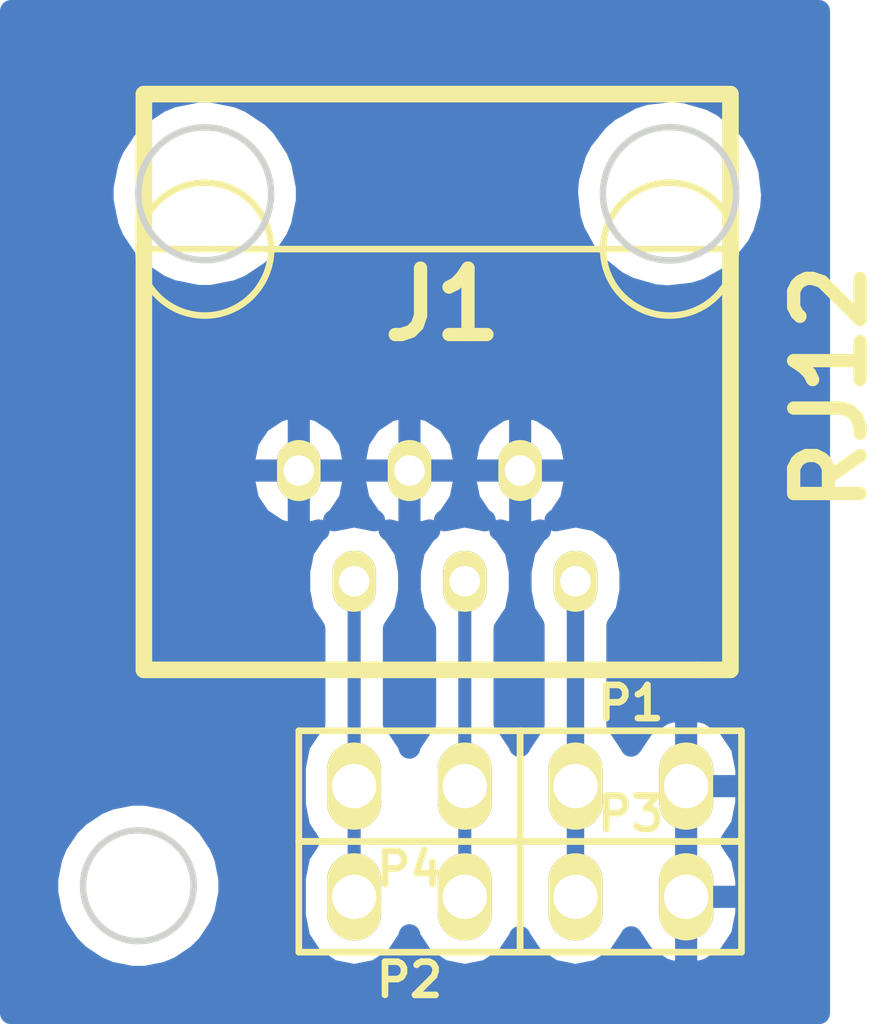
<source format=kicad_pcb>
(kicad_pcb (version 3) (host pcbnew "(22-Jun-2014 BZR 4027)-stable")

  (general
    (links 10)
    (no_connects 0)
    (area 153.035 75.565 173.3994 99.060001)
    (thickness 1.6)
    (drawings 3)
    (tracks 6)
    (zones 0)
    (modules 5)
    (nets 5)
  )

  (page A3)
  (layers
    (15 F.Cu signal)
    (0 B.Cu signal)
    (17 F.Adhes user)
    (19 F.Paste user)
    (21 F.SilkS user)
    (23 F.Mask user)
    (28 Edge.Cuts user)
  )

  (setup
    (last_trace_width 0.3)
    (trace_clearance 0.3)
    (zone_clearance 0.508)
    (zone_45_only no)
    (trace_min 0.254)
    (segment_width 0.2)
    (edge_width 0.15)
    (via_size 0.889)
    (via_drill 0.635)
    (via_min_size 0.889)
    (via_min_drill 0.508)
    (uvia_size 0.508)
    (uvia_drill 0.127)
    (uvias_allowed no)
    (uvia_min_size 0.508)
    (uvia_min_drill 0.127)
    (pcb_text_width 0.3)
    (pcb_text_size 1 1)
    (mod_edge_width 0.15)
    (mod_text_size 1 1)
    (mod_text_width 0.15)
    (pad_size 1.24 2)
    (pad_drill 1.016)
    (pad_to_mask_clearance 0)
    (aux_axis_origin 0 0)
    (visible_elements FFFFFFBF)
    (pcbplotparams
      (layerselection 10485761)
      (usegerberextensions false)
      (excludeedgelayer true)
      (linewidth 0.150000)
      (plotframeref false)
      (viasonmask false)
      (mode 1)
      (useauxorigin false)
      (hpglpennumber 1)
      (hpglpenspeed 20)
      (hpglpendiameter 15)
      (hpglpenoverlay 2)
      (psnegative false)
      (psa4output false)
      (plotreference true)
      (plotvalue true)
      (plotothertext true)
      (plotinvisibletext false)
      (padsonsilk false)
      (subtractmaskfromsilk false)
      (outputformat 5)
      (mirror false)
      (drillshape 1)
      (scaleselection 1)
      (outputdirectory output/))
  )

  (net 0 "")
  (net 1 /5V)
  (net 2 /SCL)
  (net 3 /SDA)
  (net 4 GND)

  (net_class Default "This is the default net class."
    (clearance 0.3)
    (trace_width 0.3)
    (via_dia 0.889)
    (via_drill 0.635)
    (uvia_dia 0.508)
    (uvia_drill 0.127)
    (add_net "")
    (add_net /SCL)
    (add_net /SDA)
  )

  (net_class pwr ""
    (clearance 0.4)
    (trace_width 0.4)
    (via_dia 0.889)
    (via_drill 0.635)
    (uvia_dia 0.508)
    (uvia_drill 0.127)
    (add_net /5V)
    (add_net GND)
  )

  (module RJ12_MOD6 (layer F.Cu) (tedit 5622AB5F) (tstamp 558D814E)
    (at 163.195 81.28 180)
    (tags RJ12)
    (path /558D7998)
    (fp_text reference J1 (at 0 -1.27 180) (layer F.SilkS)
      (effects (font (size 1.524 1.524) (thickness 0.3048)))
    )
    (fp_text value RJ12 (at -8.89 -3.175 270) (layer F.SilkS)
      (effects (font (size 1.524 1.524) (thickness 0.3048)))
    )
    (fp_line (start -6.096 0) (end -6.731 0) (layer F.SilkS) (width 0.15))
    (fp_line (start 5.334 0) (end 6.985 0) (layer F.SilkS) (width 0.15))
    (fp_circle (center 5.461 0) (end 6.985 0) (layer F.SilkS) (width 0.15))
    (fp_circle (center -5.207 0) (end -3.683 0) (layer F.SilkS) (width 0.15))
    (fp_line (start 5.334 0) (end -6.096 0) (layer F.SilkS) (width 0.15))
    (fp_line (start 6.858 -9.652) (end 6.858 3.556) (layer F.SilkS) (width 0.381))
    (fp_line (start -6.604 -9.652) (end -6.604 3.556) (layer F.SilkS) (width 0.381))
    (fp_line (start 6.858 3.556) (end -6.604 3.556) (layer F.SilkS) (width 0.381))
    (fp_line (start -5.842 -9.652) (end -6.604 -9.652) (layer F.SilkS) (width 0.381))
    (fp_line (start 6.858 -9.652) (end -5.842 -9.652) (layer F.SilkS) (width 0.381))
    (pad 3 thru_hole oval (at -0.508 -7.62) (size 1 1.4) (drill 0.7)
      (layers *.Cu *.Mask F.SilkS)
      (net 3 /SDA)
    )
    (pad 5 thru_hole oval (at 2.032 -7.62) (size 1 1.4) (drill 0.7)
      (layers *.Cu *.Mask F.SilkS)
      (net 2 /SCL)
    )
    (pad 1 thru_hole oval (at -3.048 -7.62) (size 1 1.4) (drill 0.7)
      (layers *.Cu *.Mask F.SilkS)
      (net 1 /5V)
    )
    (pad 6 thru_hole oval (at 3.302 -5.08) (size 1 1.4) (drill 0.7)
      (layers *.Cu *.Mask F.SilkS)
      (net 4 GND)
    )
    (pad 4 thru_hole oval (at 0.762 -5.08) (size 1 1.4) (drill 0.7)
      (layers *.Cu *.Mask F.SilkS)
      (net 4 GND)
    )
    (pad 2 thru_hole oval (at -1.778 -5.08) (size 1 1.4) (drill 0.7)
      (layers *.Cu *.Mask F.SilkS)
      (net 4 GND)
    )
  )

  (module PIN_ARRAY_2X1 (layer F.Cu) (tedit 56093ACE) (tstamp 55BA0418)
    (at 167.513 93.599)
    (descr "Connecteurs 2 pins")
    (tags "CONN DEV")
    (path /55926C88)
    (fp_text reference P1 (at 0 -1.905) (layer F.SilkS)
      (effects (font (size 0.762 0.762) (thickness 0.1524)))
    )
    (fp_text value CONN_2 (at 0 -1.905) (layer F.SilkS) hide
      (effects (font (size 0.762 0.762) (thickness 0.1524)))
    )
    (fp_line (start -2.54 1.27) (end -2.54 -1.27) (layer F.SilkS) (width 0.1524))
    (fp_line (start -2.54 -1.27) (end 2.54 -1.27) (layer F.SilkS) (width 0.1524))
    (fp_line (start 2.54 -1.27) (end 2.54 1.27) (layer F.SilkS) (width 0.1524))
    (fp_line (start 2.54 1.27) (end -2.54 1.27) (layer F.SilkS) (width 0.1524))
    (pad 1 thru_hole oval (at -1.27 0) (size 1.24 2) (drill 1.016)
      (layers *.Cu *.Mask F.SilkS)
      (net 1 /5V)
    )
    (pad 2 thru_hole oval (at 1.27 0) (size 1.24 2) (drill 1.016)
      (layers *.Cu *.Mask F.SilkS)
      (net 4 GND)
    )
    (model pin_array/pins_array_2x1.wrl
      (at (xyz 0 0 0))
      (scale (xyz 1 1 1))
      (rotate (xyz 0 0 0))
    )
  )

  (module PIN_ARRAY_2X1 (layer F.Cu) (tedit 5622ACB1) (tstamp 55BA0430)
    (at 162.433 96.139 180)
    (descr "Connecteurs 2 pins")
    (tags "CONN DEV")
    (path /55926CFD)
    (fp_text reference P2 (at 0 -1.905 180) (layer F.SilkS)
      (effects (font (size 0.762 0.762) (thickness 0.1524)))
    )
    (fp_text value CONN_2 (at 0 -1.905 180) (layer F.SilkS) hide
      (effects (font (size 0.762 0.762) (thickness 0.1524)))
    )
    (fp_line (start -2.54 1.27) (end -2.54 -1.27) (layer F.SilkS) (width 0.1524))
    (fp_line (start -2.54 -1.27) (end 2.54 -1.27) (layer F.SilkS) (width 0.1524))
    (fp_line (start 2.54 -1.27) (end 2.54 1.27) (layer F.SilkS) (width 0.1524))
    (fp_line (start 2.54 1.27) (end -2.54 1.27) (layer F.SilkS) (width 0.1524))
    (pad 1 thru_hole oval (at -1.27 0 180) (size 1.24 2) (drill 1.016)
      (layers *.Cu *.Mask F.SilkS)
      (net 3 /SDA)
    )
    (pad 2 thru_hole oval (at 1.27 0 180) (size 1.24 2) (drill 1.016)
      (layers *.Cu *.Mask F.SilkS)
      (net 2 /SCL)
    )
    (model pin_array/pins_array_2x1.wrl
      (at (xyz 0 0 0))
      (scale (xyz 1 1 1))
      (rotate (xyz 0 0 0))
    )
  )

  (module PIN_ARRAY_2X1 (layer F.Cu) (tedit 56093DA6) (tstamp 56093D68)
    (at 167.513 96.139)
    (descr "Connecteurs 2 pins")
    (tags "CONN DEV")
    (path /56093FF2)
    (fp_text reference P3 (at 0 -1.905) (layer F.SilkS)
      (effects (font (size 0.762 0.762) (thickness 0.1524)))
    )
    (fp_text value CONN_2 (at 0 -1.905) (layer F.SilkS) hide
      (effects (font (size 0.762 0.762) (thickness 0.1524)))
    )
    (fp_line (start -2.54 1.27) (end -2.54 -1.27) (layer F.SilkS) (width 0.1524))
    (fp_line (start -2.54 -1.27) (end 2.54 -1.27) (layer F.SilkS) (width 0.1524))
    (fp_line (start 2.54 -1.27) (end 2.54 1.27) (layer F.SilkS) (width 0.1524))
    (fp_line (start 2.54 1.27) (end -2.54 1.27) (layer F.SilkS) (width 0.1524))
    (pad 1 thru_hole oval (at -1.27 0) (size 1.24 2) (drill 1.016)
      (layers *.Cu *.Mask F.SilkS)
      (net 1 /5V)
    )
    (pad 2 thru_hole oval (at 1.27 0) (size 1.24 2) (drill 1.016)
      (layers *.Cu *.Mask F.SilkS)
      (net 4 GND)
    )
    (model pin_array/pins_array_2x1.wrl
      (at (xyz 0 0 0))
      (scale (xyz 1 1 1))
      (rotate (xyz 0 0 0))
    )
  )

  (module PIN_ARRAY_2X1 (layer F.Cu) (tedit 5622ACA9) (tstamp 56094038)
    (at 162.433 93.599 180)
    (descr "Connecteurs 2 pins")
    (tags "CONN DEV")
    (path /56093FFD)
    (fp_text reference P4 (at 0 -1.905 180) (layer F.SilkS)
      (effects (font (size 0.762 0.762) (thickness 0.1524)))
    )
    (fp_text value CONN_2 (at 0 -1.905 180) (layer F.SilkS) hide
      (effects (font (size 0.762 0.762) (thickness 0.1524)))
    )
    (fp_line (start -2.54 1.27) (end -2.54 -1.27) (layer F.SilkS) (width 0.1524))
    (fp_line (start -2.54 -1.27) (end 2.54 -1.27) (layer F.SilkS) (width 0.1524))
    (fp_line (start 2.54 -1.27) (end 2.54 1.27) (layer F.SilkS) (width 0.1524))
    (fp_line (start 2.54 1.27) (end -2.54 1.27) (layer F.SilkS) (width 0.1524))
    (pad 1 thru_hole oval (at -1.27 0 180) (size 1.24 2) (drill 1.016)
      (layers *.Cu *.Mask F.SilkS)
      (net 3 /SDA)
    )
    (pad 2 thru_hole oval (at 1.27 0 180) (size 1.24 2) (drill 1.016)
      (layers *.Cu *.Mask F.SilkS)
      (net 2 /SCL)
    )
    (model pin_array/pins_array_2x1.wrl
      (at (xyz 0 0 0))
      (scale (xyz 1 1 1))
      (rotate (xyz 0 0 0))
    )
  )

  (gr_circle (center 168.402 80.01) (end 169.926 80.137) (layer Edge.Cuts) (width 0.15))
  (gr_circle (center 157.734 80.01) (end 159.258 80.01) (layer Edge.Cuts) (width 0.15))
  (gr_circle (center 156.21 95.885) (end 157.48 95.885) (layer Edge.Cuts) (width 0.15))

  (segment (start 166.243 93.599) (end 166.243 96.139) (width 0.4) (layer B.Cu) (net 1))
  (segment (start 166.243 93.599) (end 166.243 88.9) (width 0.4) (layer B.Cu) (net 1))
  (segment (start 161.163 93.599) (end 161.163 96.139) (width 0.3) (layer B.Cu) (net 2))
  (segment (start 161.163 88.9) (end 161.163 93.599) (width 0.3) (layer B.Cu) (net 2))
  (segment (start 163.703 93.599) (end 163.703 96.139) (width 0.3) (layer B.Cu) (net 3))
  (segment (start 163.703 88.9) (end 163.703 93.599) (width 0.3) (layer B.Cu) (net 3))

  (zone (net 4) (net_name GND) (layer B.Cu) (tstamp 56223E6D) (hatch edge 0.508)
    (connect_pads (clearance 0.508))
    (min_thickness 0.5)
    (fill (arc_segments 16) (thermal_gap 0.508) (thermal_bridge_width 0.508))
    (polygon
      (pts
        (xy 153.035 75.565) (xy 153.035 99.06) (xy 172.085 99.06) (xy 172.085 75.565)
      )
    )
    (filled_polygon
      (pts
        (xy 171.835 98.81) (xy 170.753786 98.81) (xy 170.753786 80.042685) (xy 170.686306 79.450424) (xy 170.686362 79.449755)
        (xy 170.587275 79.140208) (xy 170.298284 78.618856) (xy 170.298079 78.618213) (xy 170.088076 78.370147) (xy 169.621568 77.99907)
        (xy 169.621136 77.998559) (xy 169.332187 77.849741) (xy 168.759185 77.685435) (xy 168.758589 77.685128) (xy 168.434685 77.658214)
        (xy 167.842424 77.725693) (xy 167.841755 77.725638) (xy 167.532208 77.824725) (xy 167.010856 78.113715) (xy 167.010213 78.113921)
        (xy 166.762147 78.323924) (xy 166.39107 78.790431) (xy 166.390559 78.790864) (xy 166.241741 79.079813) (xy 166.077269 79.653394)
        (xy 166.050354 79.977298) (xy 166.050355 79.977302) (xy 166.117821 80.569445) (xy 166.117761 80.570176) (xy 166.216849 80.879723)
        (xy 166.505786 81.400979) (xy 166.506009 81.401675) (xy 166.716012 81.649741) (xy 167.182431 82.020747) (xy 167.182903 82.021305)
        (xy 167.471852 82.170123) (xy 168.044749 82.334398) (xy 168.045394 82.334731) (xy 168.369298 82.361645) (xy 168.961445 82.294178)
        (xy 168.962176 82.294239) (xy 169.271723 82.195151) (xy 169.792979 81.906213) (xy 169.793675 81.905991) (xy 170.041741 81.695988)
        (xy 170.412747 81.229568) (xy 170.413305 81.229097) (xy 170.562123 80.940148) (xy 170.726232 80.36783) (xy 170.726872 80.366589)
        (xy 170.753786 80.042685) (xy 170.753786 98.81) (xy 170.161 98.81) (xy 170.161 96.523) (xy 170.161 96.143)
        (xy 170.161 96.135) (xy 170.161 95.755) (xy 170.054575 95.227967) (xy 169.813211 94.869) (xy 170.054575 94.510033)
        (xy 170.161 93.983) (xy 170.161 93.603) (xy 170.161 93.595) (xy 170.161 93.215) (xy 170.054575 92.687967)
        (xy 169.754565 92.241779) (xy 169.306643 91.944364) (xy 169.002517 91.858597) (xy 168.787 92.030507) (xy 168.787 93.595)
        (xy 170.161 93.595) (xy 170.161 93.603) (xy 168.787 93.603) (xy 168.787 94.570507) (xy 168.787 95.167493)
        (xy 168.787 96.135) (xy 170.161 96.135) (xy 170.161 96.143) (xy 168.787 96.143) (xy 168.787 97.707493)
        (xy 169.002517 97.879403) (xy 169.306643 97.793636) (xy 169.754565 97.496221) (xy 170.054575 97.050033) (xy 170.161 96.523)
        (xy 170.161 98.81) (xy 168.779 98.81) (xy 168.779 97.707493) (xy 168.779 96.143) (xy 168.759 96.143)
        (xy 168.759 96.135) (xy 168.779 96.135) (xy 168.779 95.167493) (xy 168.779 94.570507) (xy 168.779 93.603)
        (xy 168.759 93.603) (xy 168.759 93.595) (xy 168.779 93.595) (xy 168.779 92.030507) (xy 168.563483 91.858597)
        (xy 168.259357 91.944364) (xy 167.811435 92.241779) (xy 167.519756 92.675575) (xy 167.516106 92.657221) (xy 167.217393 92.210166)
        (xy 167.201 92.199212) (xy 167.201 89.915645) (xy 167.40524 89.609979) (xy 167.501 89.128563) (xy 167.501 88.671437)
        (xy 167.40524 88.190021) (xy 167.13254 87.781897) (xy 166.724416 87.509197) (xy 166.243 87.413437) (xy 165.779421 87.505648)
        (xy 165.859712 87.452369) (xy 166.13371 87.045111) (xy 166.231 86.564) (xy 166.231 86.364) (xy 166.231 86.356)
        (xy 166.231 86.156) (xy 166.13371 85.674889) (xy 165.859712 85.267631) (xy 165.45072 84.996229) (xy 165.173744 84.918121)
        (xy 164.977 85.091508) (xy 164.977 86.356) (xy 166.231 86.356) (xy 166.231 86.364) (xy 164.977 86.364)
        (xy 164.977 87.628492) (xy 165.173744 87.801879) (xy 165.432953 87.728781) (xy 165.35346 87.781897) (xy 165.08076 88.190021)
        (xy 164.985 88.671437) (xy 164.985 89.128563) (xy 165.08076 89.609979) (xy 165.285 89.915645) (xy 165.285 92.199212)
        (xy 165.268607 92.210166) (xy 164.969894 92.657221) (xy 164.964988 92.68188) (xy 164.957628 92.644875) (xy 164.663251 92.204308)
        (xy 164.611 92.169395) (xy 164.611 89.990475) (xy 164.86524 89.609979) (xy 164.961 89.128563) (xy 164.961 88.671437)
        (xy 164.86524 88.190021) (xy 164.59254 87.781897) (xy 164.513046 87.728781) (xy 164.772256 87.801879) (xy 164.969 87.628492)
        (xy 164.969 86.364) (xy 164.969 86.356) (xy 164.969 85.091508) (xy 164.772256 84.918121) (xy 164.49528 84.996229)
        (xy 164.086288 85.267631) (xy 163.81229 85.674889) (xy 163.715 86.156) (xy 163.715 86.356) (xy 164.969 86.356)
        (xy 164.969 86.364) (xy 163.715 86.364) (xy 163.715 86.564) (xy 163.81229 87.045111) (xy 164.086288 87.452369)
        (xy 164.166578 87.505648) (xy 163.703 87.413437) (xy 163.239421 87.505648) (xy 163.319712 87.452369) (xy 163.59371 87.045111)
        (xy 163.691 86.564) (xy 163.691 86.364) (xy 163.691 86.356) (xy 163.691 86.156) (xy 163.59371 85.674889)
        (xy 163.319712 85.267631) (xy 162.91072 84.996229) (xy 162.633744 84.918121) (xy 162.437 85.091508) (xy 162.437 86.356)
        (xy 163.691 86.356) (xy 163.691 86.364) (xy 162.437 86.364) (xy 162.437 87.628492) (xy 162.633744 87.801879)
        (xy 162.892953 87.728781) (xy 162.81346 87.781897) (xy 162.54076 88.190021) (xy 162.445 88.671437) (xy 162.445 89.128563)
        (xy 162.54076 89.609979) (xy 162.795 89.990475) (xy 162.795 92.169395) (xy 162.742749 92.204308) (xy 162.448372 92.644875)
        (xy 162.433 92.722154) (xy 162.417628 92.644875) (xy 162.123251 92.204308) (xy 162.071 92.169395) (xy 162.071 89.990475)
        (xy 162.32524 89.609979) (xy 162.421 89.128563) (xy 162.421 88.671437) (xy 162.32524 88.190021) (xy 162.05254 87.781897)
        (xy 161.973046 87.728781) (xy 162.232256 87.801879) (xy 162.429 87.628492) (xy 162.429 86.364) (xy 162.429 86.356)
        (xy 162.429 85.091508) (xy 162.232256 84.918121) (xy 161.95528 84.996229) (xy 161.546288 85.267631) (xy 161.27229 85.674889)
        (xy 161.175 86.156) (xy 161.175 86.356) (xy 162.429 86.356) (xy 162.429 86.364) (xy 161.175 86.364)
        (xy 161.175 86.564) (xy 161.27229 87.045111) (xy 161.546288 87.452369) (xy 161.626578 87.505648) (xy 161.163 87.413437)
        (xy 160.699421 87.505648) (xy 160.779712 87.452369) (xy 161.05371 87.045111) (xy 161.151 86.564) (xy 161.151 86.364)
        (xy 161.151 86.356) (xy 161.151 86.156) (xy 161.05371 85.674889) (xy 160.779712 85.267631) (xy 160.37072 84.996229)
        (xy 160.093744 84.918121) (xy 160.075644 84.934072) (xy 160.075644 80.171695) (xy 160.075502 80.01) (xy 160.075644 79.848305)
        (xy 160.07536 79.847619) (xy 160.07536 79.846675) (xy 159.958844 79.263567) (xy 159.834202 78.963396) (xy 159.832341 78.961539)
        (xy 159.505074 78.470821) (xy 159.504128 78.468543) (xy 159.274104 78.23892) (xy 158.779395 77.90899) (xy 158.479008 77.784872)
        (xy 158.476378 77.784874) (xy 157.897975 77.669298) (xy 157.895695 77.668356) (xy 157.570675 77.66864) (xy 156.987567 77.785156)
        (xy 156.687396 77.909798) (xy 156.685539 77.911658) (xy 156.194821 78.238925) (xy 156.192543 78.239872) (xy 155.96292 78.469896)
        (xy 155.63299 78.964605) (xy 155.508872 79.264992) (xy 155.508874 79.267621) (xy 155.393148 79.846777) (xy 155.393147 79.847517)
        (xy 155.392864 79.848203) (xy 155.393005 80.01) (xy 155.392864 80.171797) (xy 155.393147 80.172482) (xy 155.393148 80.173223)
        (xy 155.508874 80.752378) (xy 155.508872 80.755008) (xy 155.63299 81.055395) (xy 155.96292 81.550104) (xy 156.192543 81.780128)
        (xy 156.194821 81.781074) (xy 156.685539 82.108341) (xy 156.687396 82.110202) (xy 156.987567 82.234844) (xy 157.570675 82.35136)
        (xy 157.895695 82.351644) (xy 157.897975 82.350701) (xy 158.476378 82.235125) (xy 158.479008 82.235128) (xy 158.779395 82.11101)
        (xy 159.274104 81.78108) (xy 159.504128 81.551457) (xy 159.505074 81.549178) (xy 159.832341 81.05846) (xy 159.834202 81.056604)
        (xy 159.958844 80.756433) (xy 160.07536 80.173325) (xy 160.07536 80.17238) (xy 160.075644 80.171695) (xy 160.075644 84.934072)
        (xy 159.897 85.091508) (xy 159.897 86.356) (xy 161.151 86.356) (xy 161.151 86.364) (xy 159.897 86.364)
        (xy 159.897 87.628492) (xy 160.093744 87.801879) (xy 160.352953 87.728781) (xy 160.27346 87.781897) (xy 160.00076 88.190021)
        (xy 159.905 88.671437) (xy 159.905 89.128563) (xy 160.00076 89.609979) (xy 160.255 89.990475) (xy 160.255 92.169395)
        (xy 160.202749 92.204308) (xy 159.908372 92.644875) (xy 159.889 92.742264) (xy 159.889 87.628492) (xy 159.889 86.364)
        (xy 159.889 86.356) (xy 159.889 85.091508) (xy 159.692256 84.918121) (xy 159.41528 84.996229) (xy 159.006288 85.267631)
        (xy 158.73229 85.674889) (xy 158.635 86.156) (xy 158.635 86.356) (xy 159.889 86.356) (xy 159.889 86.364)
        (xy 158.635 86.364) (xy 158.635 86.564) (xy 158.73229 87.045111) (xy 159.006288 87.452369) (xy 159.41528 87.723771)
        (xy 159.692256 87.801879) (xy 159.889 87.628492) (xy 159.889 92.742264) (xy 159.805 93.164559) (xy 159.805 94.033441)
        (xy 159.908372 94.553125) (xy 160.119432 94.869) (xy 159.908372 95.184875) (xy 159.805 95.704559) (xy 159.805 96.573441)
        (xy 159.908372 97.093125) (xy 160.202749 97.533692) (xy 160.643316 97.828069) (xy 161.163 97.931441) (xy 161.682684 97.828069)
        (xy 162.123251 97.533692) (xy 162.417628 97.093125) (xy 162.433 97.015845) (xy 162.448372 97.093125) (xy 162.742749 97.533692)
        (xy 163.183316 97.828069) (xy 163.703 97.931441) (xy 164.222684 97.828069) (xy 164.663251 97.533692) (xy 164.957628 97.093125)
        (xy 164.964988 97.056119) (xy 164.969894 97.080779) (xy 165.268607 97.527834) (xy 165.715662 97.826547) (xy 166.243 97.931441)
        (xy 166.770338 97.826547) (xy 167.217393 97.527834) (xy 167.516106 97.080779) (xy 167.519756 97.062424) (xy 167.811435 97.496221)
        (xy 168.259357 97.793636) (xy 168.563483 97.879403) (xy 168.779 97.707493) (xy 168.779 98.81) (xy 158.296711 98.81)
        (xy 158.296711 96.046713) (xy 158.29657 95.885) (xy 158.296711 95.723287) (xy 158.296428 95.721858) (xy 158.296428 95.721693)
        (xy 158.296365 95.721542) (xy 158.200463 95.237195) (xy 158.076345 94.936807) (xy 158.07478 94.935239) (xy 157.801262 94.525116)
        (xy 157.800475 94.52322) (xy 157.570451 94.293597) (xy 157.159725 94.019677) (xy 157.158277 94.018231) (xy 156.857889 93.894113)
        (xy 156.371797 93.797864) (xy 156.046777 93.798148) (xy 156.044751 93.798989) (xy 155.562195 93.894537) (xy 155.261807 94.018655)
        (xy 155.260239 94.020219) (xy 154.850116 94.293737) (xy 154.84822 94.294525) (xy 154.618597 94.524549) (xy 154.344677 94.935274)
        (xy 154.343231 94.936723) (xy 154.219113 95.237111) (xy 154.122864 95.723203) (xy 154.123005 95.885) (xy 154.122864 96.046797)
        (xy 154.219113 96.532889) (xy 154.343231 96.833277) (xy 154.344677 96.834725) (xy 154.618597 97.245451) (xy 154.84822 97.475475)
        (xy 154.850116 97.476262) (xy 155.260239 97.74978) (xy 155.261807 97.751345) (xy 155.562195 97.875463) (xy 156.044751 97.97101)
        (xy 156.046777 97.971852) (xy 156.371797 97.972136) (xy 156.857889 97.875887) (xy 157.158277 97.751769) (xy 157.159725 97.750322)
        (xy 157.570451 97.476403) (xy 157.800475 97.24678) (xy 157.801262 97.244883) (xy 158.07478 96.83476) (xy 158.076345 96.833193)
        (xy 158.200463 96.532805) (xy 158.296365 96.048457) (xy 158.296428 96.048307) (xy 158.296428 96.048141) (xy 158.296711 96.046713)
        (xy 158.296711 98.81) (xy 153.285 98.81) (xy 153.285 75.815) (xy 171.835 75.815) (xy 171.835 98.81)
      )
    )
  )
)

</source>
